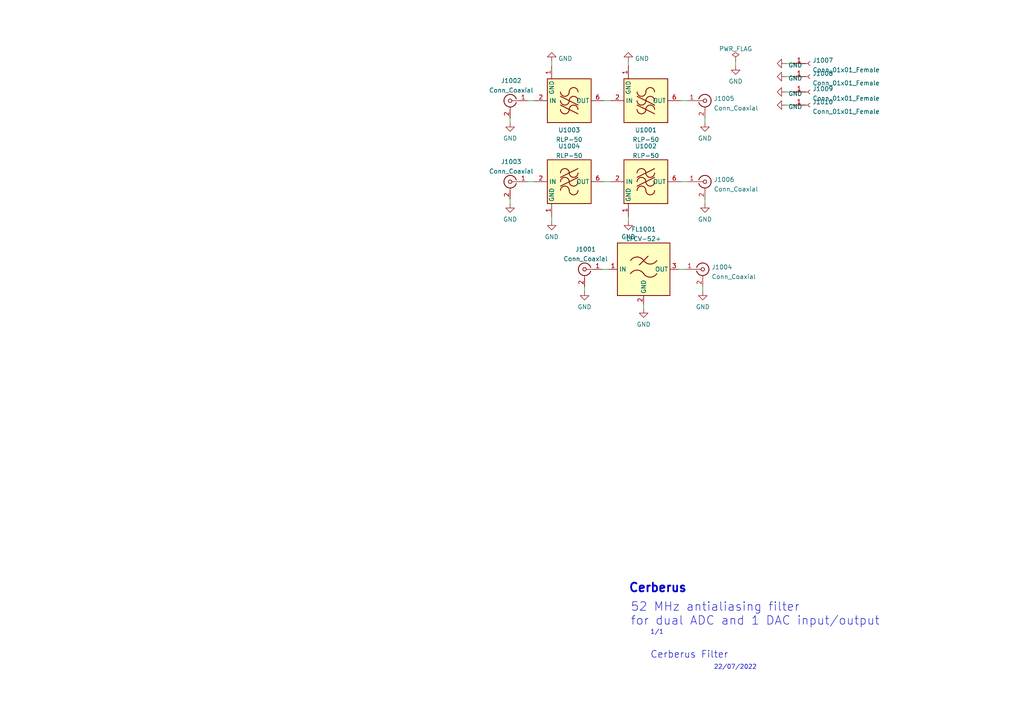
<source format=kicad_sch>
(kicad_sch (version 20211123) (generator eeschema)
  (paper "A4")
  (lib_symbols
    (symbol "Connector:Conn_01x01_Female" (pin_names (offset 1.016) hide)
      (property "Reference" "J" (at 0 2.54 0))
      (property "Value" "Conn_01x01_Female" (at 0 -2.54 0))
      (symbol "Conn_01x01_Female_1_1"
        (polyline (pts (xy -1.27 0) (xy -0.508 0)) (stroke (width 0.1524)))
        (arc (start 0 0.508) (mid -0.508 0) (end 0 -0.508) (stroke (width 0.1524)))
        (pin passive line (at -5.08 0 0) (length 3.81) (name "Pin_1") (number "1"))
      )
    )
    (symbol "Connector:Conn_Coaxial" (pin_names (offset 1.016) hide)
      (property "Reference" "J" (at 0.254 3.048 0))
      (property "Value" "Conn_Coaxial" (at 2.921 0 90))
      (symbol "Conn_Coaxial_0_1"
        (arc (start -1.778 -0.508) (mid 0.222 -1.808) (end 1.778 0) (stroke (width 0.254)))
        (polyline (pts (xy -2.54 0) (xy -0.508 0)))
        (polyline (pts (xy 0 -2.54) (xy 0 -1.778)))
        (circle (center 0 0) (radius 0.508) (stroke (width 0.2032)))
        (arc (start 1.778 0) (mid 0.222 1.8083) (end -1.778 0.508) (stroke (width 0.254)))
      )
      (symbol "Conn_Coaxial_1_1"
        (pin passive line (at -5.08 0 0) (length 2.54) (name "In") (number "1"))
        (pin passive line (at 0 -5.08 90) (length 2.54) (name "Ext") (number "2"))
      )
    )
    (symbol "RF_Filter:LFCN-80"
      (property "Reference" "FL" (at 0 10.795 0))
      (property "Value" "LFCN-80" (at 0 8.89 0))
      (symbol "LFCN-80_0_1"
        (rectangle (start -7.62 7.62) (end 7.62 -7.62) (stroke (width 0.254)) (fill (type background)))
        (arc (start 0 -1.27) (mid -1.905 -0.2505) (end -3.81 -1.27) (stroke (width 0.254)))
        (arc (start 0 -1.27) (mid 1.905 -2.2895) (end 3.81 -1.27) (stroke (width 0.254)))
        (polyline (pts (xy -1.27 1.27) (xy 1.27 3.81)) (stroke (width 0.254)))
        (arc (start 0 2.54) (mid -1.905 3.5595) (end -3.81 2.54) (stroke (width 0.254)))
        (arc (start 0 2.54) (mid 1.905 1.5205) (end 3.81 2.54) (stroke (width 0.254)))
      )
      (symbol "LFCN-80_1_1"
        (pin passive line (at -10.16 0 0) (length 2.54) (name "IN") (number "1"))
        (pin passive line (at 0 -10.16 90) (length 2.54) (name "GND") (number "2"))
        (pin passive line (at 10.16 0 180) (length 2.54) (name "OUT") (number "3"))
        (pin passive line (at 0 -10.16 90) (length 2.54) hide (name "GND") (number "4"))
      )
    )
    (symbol "RF_Filter:RLP-30"
      (property "Reference" "U" (at -6.35 7.62 0))
      (property "Value" "RLP-30" (at 6.35 7.62 0))
      (symbol "RLP-30_0_1"
        (rectangle (start -6.35 6.35) (end 6.35 -6.35) (stroke (width 0.254)) (fill (type background)))
        (arc (start 0 -2.54) (mid -1.27 -1.27) (end -2.54 -2.54) (stroke (width 0.254)))
        (arc (start 0 -2.54) (mid 1.27 -3.81) (end 2.54 -2.54) (stroke (width 0.254)))
        (arc (start 0 0) (mid -1.27 1.27) (end -2.54 0) (stroke (width 0.254)))
        (polyline (pts (xy -2.54 -1.27) (xy 2.54 1.27)) (stroke (width 0.254)))
        (polyline (pts (xy -2.54 1.27) (xy 2.54 3.81)) (stroke (width 0.254)))
        (arc (start 0 0) (mid 1.27 -1.27) (end 2.54 0) (stroke (width 0.254)))
        (arc (start 0 2.54) (mid -1.27 3.81) (end -2.54 2.54) (stroke (width 0.254)))
        (arc (start 0 2.54) (mid 1.27 1.27) (end 2.54 2.54) (stroke (width 0.254)))
      )
      (symbol "RLP-30_1_1"
        (pin power_in line (at -5.08 -10.16 90) (length 3.81) (name "GND") (number "1"))
        (pin input line (at -10.16 0 0) (length 3.81) (name "IN") (number "2"))
        (pin passive line (at -5.08 -10.16 90) (length 3.81) hide (name "GND") (number "3"))
        (pin passive line (at -5.08 -10.16 90) (length 3.81) hide (name "GND") (number "4"))
        (pin passive line (at -5.08 -10.16 90) (length 3.81) hide (name "GND") (number "5"))
        (pin output line (at 10.16 0 180) (length 3.81) (name "OUT") (number "6"))
        (pin passive line (at -5.08 -10.16 90) (length 3.81) hide (name "GND") (number "7"))
        (pin passive line (at -5.08 -10.16 90) (length 3.81) hide (name "GND") (number "8"))
      )
    )
    (symbol "power:GND" (power) (pin_names (offset 0))
      (property "Value" "GND" (at 0 -3.81 0))
      (symbol "GND_0_1"
        (polyline (pts (xy 0 0) (xy 0 -1.27) (xy 1.27 -1.27) (xy 0 -2.54) (xy -1.27 -1.27) (xy 0 -1.27)))
      )
      (symbol "GND_1_1"
        (pin power_in line (at 0 0 270) (length 0) hide (name "GND") (number "1"))
      )
    )
    (symbol "power:PWR_FLAG" (power) (pin_numbers hide) (pin_names (offset 0) hide)
      (property "Value" "PWR_FLAG" (at 0 3.81 0))
      (symbol "PWR_FLAG_0_0"
        (pin power_out line (at 0 0 90) (length 0) (name "pwr") (number "1"))
      )
      (symbol "PWR_FLAG_0_1"
        (polyline (pts (xy 0 0) (xy 0 1.27) (xy -1.016 1.905) (xy 0 2.54) (xy 1.016 1.905) (xy 0 1.27)))
      )
    )
  )
  (wire (pts (xy 186.69 88.265) (xy 186.69 89.535)))
  (wire (pts (xy 182.245 62.865) (xy 182.245 64.135)))
  (wire (pts (xy 227.965 18.415) (xy 229.87 18.415)))
  (wire (pts (xy 196.85 78.105) (xy 198.755 78.105)))
  (wire (pts (xy 182.245 17.78) (xy 182.245 19.05)))
  (wire (pts (xy 160.02 17.78) (xy 160.02 19.05)))
  (wire (pts (xy 153.035 29.21) (xy 154.94 29.21)))
  (wire (pts (xy 197.485 29.21) (xy 199.39 29.21)))
  (wire (pts (xy 175.26 29.21) (xy 177.165 29.21)))
  (wire (pts (xy 227.965 26.67) (xy 229.87 26.67)))
  (wire (pts (xy 160.02 62.865) (xy 160.02 64.135)))
  (wire (pts (xy 203.835 83.185) (xy 203.835 84.455)))
  (wire (pts (xy 227.965 30.48) (xy 229.87 30.48)))
  (wire (pts (xy 213.36 17.78) (xy 213.36 19.05)))
  (wire (pts (xy 169.545 83.185) (xy 169.545 84.455)))
  (wire (pts (xy 204.47 57.785) (xy 204.47 59.055)))
  (wire (pts (xy 197.485 52.705) (xy 199.39 52.705)))
  (wire (pts (xy 174.625 78.105) (xy 176.53 78.105)))
  (wire (pts (xy 153.035 52.705) (xy 154.94 52.705)))
  (wire (pts (xy 147.955 57.785) (xy 147.955 59.055)))
  (wire (pts (xy 175.26 52.705) (xy 177.165 52.705)))
  (wire (pts (xy 204.47 34.29) (xy 204.47 35.56)))
  (wire (pts (xy 147.955 34.29) (xy 147.955 35.56)))
  (wire (pts (xy 227.965 22.225) (xy 229.87 22.225)))
  (text "22/07/2022" (at 207.01 194.31 0) (effects (font (size 1.27 1.27)) (justify left bottom)))
  (text "Cerberus\n" (at 182.245 172.085 0) (effects (font (size 2.5 2.5) (thickness 0.5) bold) (justify left bottom)))
  (text "Cerberus Filter" (at 188.595 191.135 0) (effects (font (size 2 2)) (justify left bottom)))
  (text "52 MHz antialiasing filter\nfor dual ADC and 1 DAC input/output\n" (at 182.88 181.61 0) (effects (font (size 2.5 2.5)) (justify left bottom)))
  (text "1/1" (at 188.595 184.15 0) (effects (font (size 1.27 1.27)) (justify left bottom)))
  (symbol (lib_id "Connector:Conn_01x01_Female") (at 234.95 30.48 0) (unit 1)
    (property "Reference" "J1010" (at 235.6612 29.5715 0) (effects (justify left)))
    (property "Value" "Conn_01x01_Female" (at 235.6612 32.3466 0) (effects (justify left)))
    (property "Footprint" "MountingHole:MountingHole_3.2mm_M3_ISO7380_Pad" (effects hide))
  )
  (symbol (lib_id "Connector:Conn_01x01_Female") (at 234.95 18.415 0) (unit 1)
    (property "Reference" "J1007" (at 235.6612 17.5065 0) (effects (justify left)))
    (property "Value" "Conn_01x01_Female" (at 235.6612 20.2816 0) (effects (justify left)))
    (property "Footprint" "MountingHole:MountingHole_3.2mm_M3_ISO7380_Pad" (effects hide))
  )
  (symbol (lib_id "power:GND") (at 213.36 19.05 0) (unit 1)
    (property "Reference" "#PWR01010" (effects hide))
    (property "Value" "GND" (at 213.36 23.6125 0))
  )
  (symbol (lib_id "Connector:Conn_Coaxial") (at 147.955 29.21 0) (mirror y) (unit 1)
    (property "Reference" "J1002" (at 148.2724 23.4169 0))
    (property "Value" "Conn_Coaxial" (at 148.2724 26.192 0))
    (property "Footprint" "SMA_PINS:SMA_PINS" (effects hide))
    (property "Datasheet" " ~" (effects hide))
  )
  (symbol (lib_id "RF_Filter:RLP-30") (at 165.1 52.705 0) (unit 1)
    (property "Reference" "U1004" (at 165.1 42.3885 0))
    (property "Value" "RLP-50" (at 165.1 45.1636 0))
    (property "Footprint" "RF_Mini-Circuits:Mini-Circuits_GP1212_LandPatternPL-176" (effects hide))
    (property "Datasheet" "https://www.minicircuits.com/pdfs/RLP-30+.pdf" (effects hide))
  )
  (symbol (lib_id "Connector:Conn_Coaxial") (at 203.835 78.105 0) (unit 1)
    (property "Reference" "J1004" (at 206.375 77.4897 0) (effects (justify left)))
    (property "Value" "Conn_Coaxial" (at 206.375 80.2648 0) (effects (justify left)))
    (property "Footprint" "SMA_PINS:SMA_PINS" (effects hide))
    (property "Datasheet" " ~" (effects hide))
  )
  (symbol (lib_id "power:GND") (at 227.965 26.67 270) (unit 1)
    (property "Reference" "#PWR01013" (effects hide))
    (property "Value" "GND" (at 228.6 27.149 90) (effects (justify left)))
  )
  (symbol (lib_id "RF_Filter:RLP-30") (at 187.325 52.705 0) (unit 1)
    (property "Reference" "U1002" (at 187.325 42.3885 0))
    (property "Value" "RLP-50" (at 187.325 45.1636 0))
    (property "Footprint" "RF_Mini-Circuits:Mini-Circuits_GP1212_LandPatternPL-176" (effects hide))
    (property "Datasheet" "https://www.minicircuits.com/pdfs/RLP-30+.pdf" (effects hide))
  )
  (symbol (lib_id "Connector:Conn_01x01_Female") (at 234.95 26.67 0) (unit 1)
    (property "Reference" "J1009" (at 235.6612 25.7615 0) (effects (justify left)))
    (property "Value" "Conn_01x01_Female" (at 235.6612 28.5366 0) (effects (justify left)))
    (property "Footprint" "MountingHole:MountingHole_3.2mm_M3_ISO7380_Pad" (effects hide))
  )
  (symbol (lib_id "power:GND") (at 182.245 64.135 0) (unit 1)
    (property "Reference" "#PWR01005" (effects hide))
    (property "Value" "GND" (at 182.245 68.6975 0))
  )
  (symbol (lib_id "power:PWR_FLAG") (at 213.36 17.78 0) (unit 1)
    (property "Reference" "#FLG0101" (effects hide))
    (property "Value" "PWR_FLAG" (at 213.36 14.1755 0))
  )
  (symbol (lib_id "power:GND") (at 160.02 17.78 180) (unit 1)
    (property "Reference" "#PWR01015" (effects hide))
    (property "Value" "GND" (at 161.925 16.989 0) (effects (justify right)))
  )
  (symbol (lib_id "power:GND") (at 147.955 59.055 0) (unit 1)
    (property "Reference" "#PWR01003" (effects hide))
    (property "Value" "GND" (at 147.955 63.6175 0))
  )
  (symbol (lib_id "power:GND") (at 227.965 18.415 270) (unit 1)
    (property "Reference" "#PWR01011" (effects hide))
    (property "Value" "GND" (at 228.6 18.894 90) (effects (justify left)))
  )
  (symbol (lib_id "RF_Filter:RLP-30") (at 187.325 29.21 0) (mirror x) (unit 1)
    (property "Reference" "U1001" (at 187.325 37.7095 0))
    (property "Value" "RLP-50" (at 187.325 40.4846 0))
    (property "Footprint" "RF_Mini-Circuits:Mini-Circuits_GP1212_LandPatternPL-176" (effects hide))
    (property "Datasheet" "https://www.minicircuits.com/pdfs/RLP-30+.pdf" (effects hide))
  )
  (symbol (lib_id "Connector:Conn_Coaxial") (at 204.47 52.705 0) (unit 1)
    (property "Reference" "J1006" (at 207.01 52.0897 0) (effects (justify left)))
    (property "Value" "Conn_Coaxial" (at 207.01 54.8648 0) (effects (justify left)))
    (property "Footprint" "SMA_PINS:SMA_PINS" (effects hide))
    (property "Datasheet" " ~" (effects hide))
  )
  (symbol (lib_id "RF_Filter:RLP-30") (at 165.1 29.21 0) (mirror x) (unit 1)
    (property "Reference" "U1003" (at 165.1 37.7095 0))
    (property "Value" "RLP-50" (at 165.1 40.4846 0))
    (property "Footprint" "RF_Mini-Circuits:Mini-Circuits_GP1212_LandPatternPL-176" (effects hide))
    (property "Datasheet" "https://www.minicircuits.com/pdfs/RLP-30+.pdf" (effects hide))
  )
  (symbol (lib_id "Connector:Conn_Coaxial") (at 147.955 52.705 0) (mirror y) (unit 1)
    (property "Reference" "J1003" (at 148.2724 46.9119 0))
    (property "Value" "Conn_Coaxial" (at 148.2724 49.687 0))
    (property "Footprint" "SMA_PINS:SMA_PINS" (effects hide))
    (property "Datasheet" " ~" (effects hide))
  )
  (symbol (lib_id "power:GND") (at 147.955 35.56 0) (unit 1)
    (property "Reference" "#PWR01002" (effects hide))
    (property "Value" "GND" (at 147.955 40.1225 0))
  )
  (symbol (lib_id "power:GND") (at 204.47 59.055 0) (unit 1)
    (property "Reference" "#PWR01009" (effects hide))
    (property "Value" "GND" (at 204.47 63.6175 0))
  )
  (symbol (lib_id "power:GND") (at 203.835 84.455 0) (unit 1)
    (property "Reference" "#PWR01007" (effects hide))
    (property "Value" "GND" (at 203.835 89.0175 0))
  )
  (symbol (lib_id "Connector:Conn_Coaxial") (at 169.545 78.105 0) (mirror y) (unit 1)
    (property "Reference" "J1001" (at 169.8624 72.3119 0))
    (property "Value" "Conn_Coaxial" (at 169.8624 75.087 0))
    (property "Footprint" "SMA_PINS:SMA_PINS" (effects hide))
    (property "Datasheet" " ~" (effects hide))
  )
  (symbol (lib_id "power:GND") (at 186.69 89.535 0) (unit 1)
    (property "Reference" "#PWR01006" (effects hide))
    (property "Value" "GND" (at 186.69 94.0975 0))
  )
  (symbol (lib_id "RF_Filter:LFCN-80") (at 186.69 78.105 0) (unit 1)
    (property "Reference" "FL1001" (at 186.69 66.5185 0))
    (property "Value" "LFCV-52+" (at 186.69 69.2936 0))
    (property "Footprint" "Filter:Filter_Mini-Circuits_FV1206" (effects hide))
    (property "Datasheet" "https://www.minicircuits.com/pdfs/LFCN-80+.pdf" (effects hide))
  )
  (symbol (lib_id "power:GND") (at 169.545 84.455 0) (unit 1)
    (property "Reference" "#PWR01001" (effects hide))
    (property "Value" "GND" (at 169.545 89.0175 0))
  )
  (symbol (lib_id "power:GND") (at 204.47 35.56 0) (unit 1)
    (property "Reference" "#PWR01008" (effects hide))
    (property "Value" "GND" (at 204.47 40.1225 0))
  )
  (symbol (lib_id "power:GND") (at 160.02 64.135 0) (unit 1)
    (property "Reference" "#PWR01016" (effects hide))
    (property "Value" "GND" (at 160.02 68.6975 0))
  )
  (symbol (lib_id "Connector:Conn_01x01_Female") (at 234.95 22.225 0) (unit 1)
    (property "Reference" "J1008" (at 235.6612 21.3165 0) (effects (justify left)))
    (property "Value" "Conn_01x01_Female" (at 235.6612 24.0916 0) (effects (justify left)))
    (property "Footprint" "MountingHole:MountingHole_3.2mm_M3_ISO7380_Pad" (effects hide))
  )
  (symbol (lib_id "power:GND") (at 227.965 30.48 270) (unit 1)
    (property "Reference" "#PWR01014" (effects hide))
    (property "Value" "GND" (at 228.6 30.959 90) (effects (justify left)))
  )
  (symbol (lib_id "Connector:Conn_Coaxial") (at 204.47 29.21 0) (unit 1)
    (property "Reference" "J1005" (at 207.01 28.5947 0) (effects (justify left)))
    (property "Value" "Conn_Coaxial" (at 207.01 31.3698 0) (effects (justify left)))
    (property "Footprint" "SMA_PINS:SMA_PINS" (effects hide))
    (property "Datasheet" " ~" (effects hide))
  )
  (symbol (lib_id "power:GND") (at 227.965 22.225 270) (unit 1)
    (property "Reference" "#PWR01012" (effects hide))
    (property "Value" "GND" (at 228.6 22.704 90) (effects (justify left)))
  )
  (symbol (lib_id "power:GND") (at 182.245 17.78 180) (unit 1)
    (property "Reference" "#PWR01004" (effects hide))
    (property "Value" "GND" (at 184.15 16.989 0) (effects (justify right)))
  )
)
</source>
